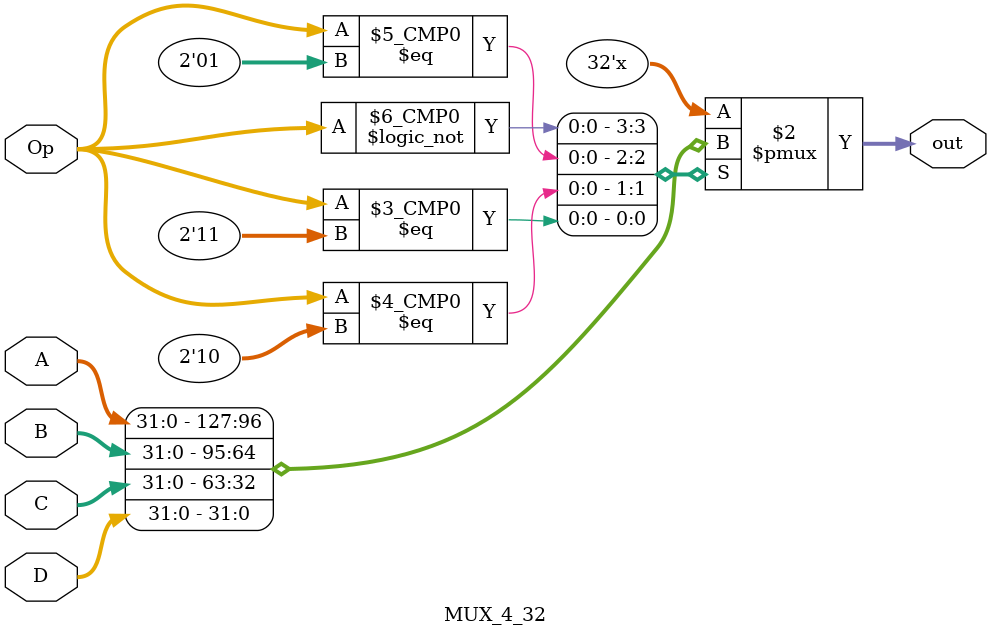
<source format=v>
`timescale 1ns / 1ps
module MUX_2_32(A,B,Op,out);
	input[31:0] A,B;
	input Op;
	output[31:0] out;
	reg[31:0] out;
	always @(*)
		begin
			if(Op)
				begin
					out=B;
				end
			else
				begin
					out=A;
				end
		end
endmodule



module MUX_2_5(A,B,Op,out);
	input[4:0] A,B;
	input Op;
	output[4:0] out;
	reg[4:0] out;
	always @(*)
		begin
			if(Op)
				begin
					out=B;
				end
			else
				begin
					out=A;
				end
		end		
endmodule 



module MUX_2_30(A,B,Op,out);
	input[29:0] A,B;
	input Op;
	output[29:0] out;
	reg[29:0] out;
	always @(*)
		begin
			if(Op)
				begin
					out=B;
				end
			else
				begin
					out=A;
				end
		end
endmodule 

module MUX_4_32(A,B,C,D,Op,out);
	input[31:0] A,B,C,D;
	input [1:0]Op;
	output[31:0] out;
	reg[31:0] out;
	always @(*)
		begin
			case(Op)
			2'b00:begin out=A;end
			2'b01:begin out=B;end
			2'b10:begin out=C;end
			2'b11:begin out=D;end
			endcase
		end
endmodule 
</source>
